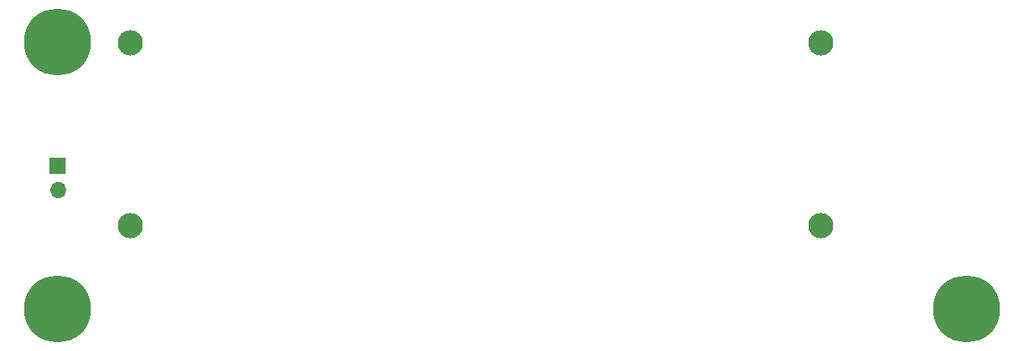
<source format=gbl>
G04 #@! TF.GenerationSoftware,KiCad,Pcbnew,(5.1.10)-1*
G04 #@! TF.CreationDate,2021-12-13T23:36:20+01:00*
G04 #@! TF.ProjectId,PowerLayer,506f7765-724c-4617-9965-722e6b696361,rev?*
G04 #@! TF.SameCoordinates,Original*
G04 #@! TF.FileFunction,Copper,L2,Bot*
G04 #@! TF.FilePolarity,Positive*
%FSLAX46Y46*%
G04 Gerber Fmt 4.6, Leading zero omitted, Abs format (unit mm)*
G04 Created by KiCad (PCBNEW (5.1.10)-1) date 2021-12-13 23:36:20*
%MOMM*%
%LPD*%
G01*
G04 APERTURE LIST*
G04 #@! TA.AperFunction,ComponentPad*
%ADD10C,7.000000*%
G04 #@! TD*
G04 #@! TA.AperFunction,ComponentPad*
%ADD11C,2.640000*%
G04 #@! TD*
G04 #@! TA.AperFunction,ComponentPad*
%ADD12O,1.700000X1.700000*%
G04 #@! TD*
G04 #@! TA.AperFunction,ComponentPad*
%ADD13R,1.700000X1.700000*%
G04 #@! TD*
G04 APERTURE END LIST*
D10*
X152146000Y-152146000D03*
X57146000Y-152146000D03*
X57146000Y-124146000D03*
D11*
X136906000Y-124304000D03*
X136906000Y-143434000D03*
X64686000Y-124304000D03*
X64686000Y-143434000D03*
D12*
X57150000Y-139686000D03*
D13*
X57146000Y-137146000D03*
M02*

</source>
